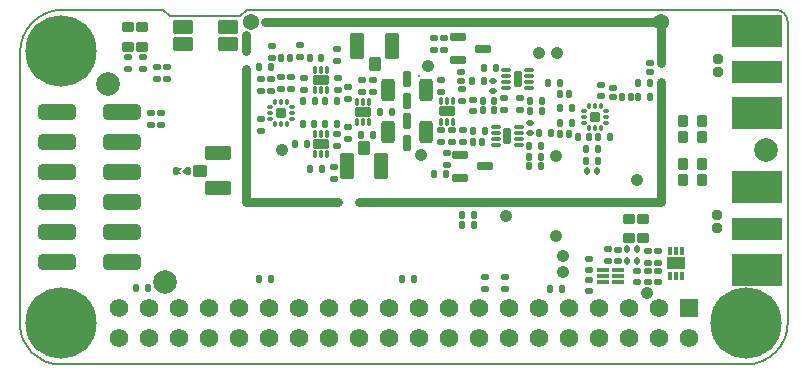
<source format=gts>
G04*
G04 #@! TF.GenerationSoftware,Altium Limited,CircuitStudio,1.5.2 (30)*
G04*
G04 Layer_Color=20142*
%FSLAX25Y25*%
%MOIN*%
G70*
G01*
G75*
%ADD52C,0.00500*%
%ADD109C,0.03000*%
G04:AMPARAMS|DCode=110|XSize=26.38mil|YSize=22.44mil|CornerRadius=6.3mil|HoleSize=0mil|Usage=FLASHONLY|Rotation=270.000|XOffset=0mil|YOffset=0mil|HoleType=Round|Shape=RoundedRectangle|*
%AMROUNDEDRECTD110*
21,1,0.02638,0.00984,0,0,270.0*
21,1,0.01378,0.02244,0,0,270.0*
1,1,0.01260,-0.00492,-0.00689*
1,1,0.01260,-0.00492,0.00689*
1,1,0.01260,0.00492,0.00689*
1,1,0.01260,0.00492,-0.00689*
%
%ADD110ROUNDEDRECTD110*%
G04:AMPARAMS|DCode=111|XSize=26.38mil|YSize=22.44mil|CornerRadius=6.3mil|HoleSize=0mil|Usage=FLASHONLY|Rotation=180.000|XOffset=0mil|YOffset=0mil|HoleType=Round|Shape=RoundedRectangle|*
%AMROUNDEDRECTD111*
21,1,0.02638,0.00984,0,0,180.0*
21,1,0.01378,0.02244,0,0,180.0*
1,1,0.01260,-0.00689,0.00492*
1,1,0.01260,0.00689,0.00492*
1,1,0.01260,0.00689,-0.00492*
1,1,0.01260,-0.00689,-0.00492*
%
%ADD111ROUNDEDRECTD111*%
G04:AMPARAMS|DCode=112|XSize=52.02mil|YSize=27.02mil|CornerRadius=5.1mil|HoleSize=0mil|Usage=FLASHONLY|Rotation=90.000|XOffset=0mil|YOffset=0mil|HoleType=Round|Shape=RoundedRectangle|*
%AMROUNDEDRECTD112*
21,1,0.05202,0.01681,0,0,90.0*
21,1,0.04181,0.02702,0,0,90.0*
1,1,0.01021,0.00841,0.02091*
1,1,0.01021,0.00841,-0.02091*
1,1,0.01021,-0.00841,-0.02091*
1,1,0.01021,-0.00841,0.02091*
%
%ADD112ROUNDEDRECTD112*%
G04:AMPARAMS|DCode=113|XSize=73.87mil|YSize=43.95mil|CornerRadius=7.64mil|HoleSize=0mil|Usage=FLASHONLY|Rotation=90.000|XOffset=0mil|YOffset=0mil|HoleType=Round|Shape=RoundedRectangle|*
%AMROUNDEDRECTD113*
21,1,0.07387,0.02866,0,0,90.0*
21,1,0.05858,0.04395,0,0,90.0*
1,1,0.01528,0.01433,0.02929*
1,1,0.01528,0.01433,-0.02929*
1,1,0.01528,-0.01433,-0.02929*
1,1,0.01528,-0.01433,0.02929*
%
%ADD113ROUNDEDRECTD113*%
%ADD114C,0.04137*%
G04:AMPARAMS|DCode=115|XSize=67.96mil|YSize=44.34mil|CornerRadius=5.63mil|HoleSize=0mil|Usage=FLASHONLY|Rotation=180.000|XOffset=0mil|YOffset=0mil|HoleType=Round|Shape=RoundedRectangle|*
%AMROUNDEDRECTD115*
21,1,0.06796,0.03307,0,0,180.0*
21,1,0.05669,0.04434,0,0,180.0*
1,1,0.01127,-0.02835,0.01654*
1,1,0.01127,0.02835,0.01654*
1,1,0.01127,0.02835,-0.01654*
1,1,0.01127,-0.02835,-0.01654*
%
%ADD115ROUNDEDRECTD115*%
G04:AMPARAMS|DCode=116|XSize=34.89mil|YSize=39.61mil|CornerRadius=6.28mil|HoleSize=0mil|Usage=FLASHONLY|Rotation=270.000|XOffset=0mil|YOffset=0mil|HoleType=Round|Shape=RoundedRectangle|*
%AMROUNDEDRECTD116*
21,1,0.03489,0.02705,0,0,270.0*
21,1,0.02232,0.03961,0,0,270.0*
1,1,0.01257,-0.01352,-0.01116*
1,1,0.01257,-0.01352,0.01116*
1,1,0.01257,0.01352,0.01116*
1,1,0.01257,0.01352,-0.01116*
%
%ADD116ROUNDEDRECTD116*%
G04:AMPARAMS|DCode=117|XSize=34.89mil|YSize=39.61mil|CornerRadius=6.28mil|HoleSize=0mil|Usage=FLASHONLY|Rotation=180.000|XOffset=0mil|YOffset=0mil|HoleType=Round|Shape=RoundedRectangle|*
%AMROUNDEDRECTD117*
21,1,0.03489,0.02705,0,0,180.0*
21,1,0.02232,0.03961,0,0,180.0*
1,1,0.01257,-0.01116,0.01352*
1,1,0.01257,0.01116,0.01352*
1,1,0.01257,0.01116,-0.01352*
1,1,0.01257,-0.01116,-0.01352*
%
%ADD117ROUNDEDRECTD117*%
G04:AMPARAMS|DCode=118|XSize=30.56mil|YSize=30.56mil|CornerRadius=4.26mil|HoleSize=0mil|Usage=FLASHONLY|Rotation=270.000|XOffset=0mil|YOffset=0mil|HoleType=Round|Shape=RoundedRectangle|*
%AMROUNDEDRECTD118*
21,1,0.03056,0.02205,0,0,270.0*
21,1,0.02205,0.03056,0,0,270.0*
1,1,0.00851,-0.01102,-0.01102*
1,1,0.00851,-0.01102,0.01102*
1,1,0.00851,0.01102,0.01102*
1,1,0.00851,0.01102,-0.01102*
%
%ADD118ROUNDEDRECTD118*%
G04:AMPARAMS|DCode=119|XSize=16.93mil|YSize=25.76mil|CornerRadius=2.09mil|HoleSize=0mil|Usage=FLASHONLY|Rotation=180.000|XOffset=0mil|YOffset=0mil|HoleType=Round|Shape=RoundedRectangle|*
%AMROUNDEDRECTD119*
21,1,0.01693,0.02158,0,0,180.0*
21,1,0.01276,0.02576,0,0,180.0*
1,1,0.00417,-0.00638,0.01079*
1,1,0.00417,0.00638,0.01079*
1,1,0.00417,0.00638,-0.01079*
1,1,0.00417,-0.00638,-0.01079*
%
%ADD119ROUNDEDRECTD119*%
G04:AMPARAMS|DCode=120|XSize=16.93mil|YSize=25.76mil|CornerRadius=2.09mil|HoleSize=0mil|Usage=FLASHONLY|Rotation=90.000|XOffset=0mil|YOffset=0mil|HoleType=Round|Shape=RoundedRectangle|*
%AMROUNDEDRECTD120*
21,1,0.01693,0.02158,0,0,90.0*
21,1,0.01276,0.02576,0,0,90.0*
1,1,0.00417,0.01079,0.00638*
1,1,0.00417,0.01079,-0.00638*
1,1,0.00417,-0.01079,-0.00638*
1,1,0.00417,-0.01079,0.00638*
%
%ADD120ROUNDEDRECTD120*%
G04:AMPARAMS|DCode=121|XSize=26.38mil|YSize=20.47mil|CornerRadius=5.81mil|HoleSize=0mil|Usage=FLASHONLY|Rotation=90.000|XOffset=0mil|YOffset=0mil|HoleType=Round|Shape=RoundedRectangle|*
%AMROUNDEDRECTD121*
21,1,0.02638,0.00886,0,0,90.0*
21,1,0.01476,0.02047,0,0,90.0*
1,1,0.01161,0.00443,0.00738*
1,1,0.01161,0.00443,-0.00738*
1,1,0.01161,-0.00443,-0.00738*
1,1,0.01161,-0.00443,0.00738*
%
%ADD121ROUNDEDRECTD121*%
G04:AMPARAMS|DCode=122|XSize=26.38mil|YSize=20.47mil|CornerRadius=5.81mil|HoleSize=0mil|Usage=FLASHONLY|Rotation=0.000|XOffset=0mil|YOffset=0mil|HoleType=Round|Shape=RoundedRectangle|*
%AMROUNDEDRECTD122*
21,1,0.02638,0.00886,0,0,0.0*
21,1,0.01476,0.02047,0,0,0.0*
1,1,0.01161,0.00738,-0.00443*
1,1,0.01161,-0.00738,-0.00443*
1,1,0.01161,-0.00738,0.00443*
1,1,0.01161,0.00738,0.00443*
%
%ADD122ROUNDEDRECTD122*%
G04:AMPARAMS|DCode=123|XSize=50.24mil|YSize=26.61mil|CornerRadius=5.04mil|HoleSize=0mil|Usage=FLASHONLY|Rotation=90.000|XOffset=0mil|YOffset=0mil|HoleType=Round|Shape=RoundedRectangle|*
%AMROUNDEDRECTD123*
21,1,0.05024,0.01654,0,0,90.0*
21,1,0.04016,0.02661,0,0,90.0*
1,1,0.01008,0.00827,0.02008*
1,1,0.01008,0.00827,-0.02008*
1,1,0.01008,-0.00827,-0.02008*
1,1,0.01008,-0.00827,0.02008*
%
%ADD123ROUNDEDRECTD123*%
G04:AMPARAMS|DCode=124|XSize=12.84mil|YSize=32.52mil|CornerRadius=2.97mil|HoleSize=0mil|Usage=FLASHONLY|Rotation=90.000|XOffset=0mil|YOffset=0mil|HoleType=Round|Shape=RoundedRectangle|*
%AMROUNDEDRECTD124*
21,1,0.01284,0.02658,0,0,90.0*
21,1,0.00689,0.03252,0,0,90.0*
1,1,0.00595,0.01329,0.00345*
1,1,0.00595,0.01329,-0.00345*
1,1,0.00595,-0.01329,-0.00345*
1,1,0.00595,-0.01329,0.00345*
%
%ADD124ROUNDEDRECTD124*%
%ADD125C,0.07874*%
%ADD126R,0.16796X0.10792*%
%ADD127R,0.16796X0.07308*%
G04:AMPARAMS|DCode=128|XSize=51.43mil|YSize=26.62mil|CornerRadius=4.45mil|HoleSize=0mil|Usage=FLASHONLY|Rotation=0.000|XOffset=0mil|YOffset=0mil|HoleType=Round|Shape=RoundedRectangle|*
%AMROUNDEDRECTD128*
21,1,0.05143,0.01772,0,0,0.0*
21,1,0.04252,0.02662,0,0,0.0*
1,1,0.00891,0.02126,-0.00886*
1,1,0.00891,-0.02126,-0.00886*
1,1,0.00891,-0.02126,0.00886*
1,1,0.00891,0.02126,0.00886*
%
%ADD128ROUNDEDRECTD128*%
G04:AMPARAMS|DCode=129|XSize=24.41mil|YSize=20.47mil|CornerRadius=5.81mil|HoleSize=0mil|Usage=FLASHONLY|Rotation=90.000|XOffset=0mil|YOffset=0mil|HoleType=Round|Shape=RoundedRectangle|*
%AMROUNDEDRECTD129*
21,1,0.02441,0.00886,0,0,90.0*
21,1,0.01280,0.02047,0,0,90.0*
1,1,0.01161,0.00443,0.00640*
1,1,0.01161,0.00443,-0.00640*
1,1,0.01161,-0.00443,-0.00640*
1,1,0.01161,-0.00443,0.00640*
%
%ADD129ROUNDEDRECTD129*%
G04:AMPARAMS|DCode=130|XSize=24.41mil|YSize=20.47mil|CornerRadius=5.81mil|HoleSize=0mil|Usage=FLASHONLY|Rotation=180.000|XOffset=0mil|YOffset=0mil|HoleType=Round|Shape=RoundedRectangle|*
%AMROUNDEDRECTD130*
21,1,0.02441,0.00886,0,0,180.0*
21,1,0.01280,0.02047,0,0,180.0*
1,1,0.01161,-0.00640,0.00443*
1,1,0.01161,0.00640,0.00443*
1,1,0.01161,0.00640,-0.00443*
1,1,0.01161,-0.00640,-0.00443*
%
%ADD130ROUNDEDRECTD130*%
G04:AMPARAMS|DCode=131|XSize=127.2mil|YSize=52mil|CornerRadius=13.5mil|HoleSize=0mil|Usage=FLASHONLY|Rotation=180.000|XOffset=0mil|YOffset=0mil|HoleType=Round|Shape=RoundedRectangle|*
%AMROUNDEDRECTD131*
21,1,0.12720,0.02500,0,0,180.0*
21,1,0.10020,0.05200,0,0,180.0*
1,1,0.02700,-0.05010,0.01250*
1,1,0.02700,0.05010,0.01250*
1,1,0.02700,0.05010,-0.01250*
1,1,0.02700,-0.05010,-0.01250*
%
%ADD131ROUNDEDRECTD131*%
G04:AMPARAMS|DCode=132|XSize=24.65mil|YSize=12.84mil|CornerRadius=2.97mil|HoleSize=0mil|Usage=FLASHONLY|Rotation=90.000|XOffset=0mil|YOffset=0mil|HoleType=Round|Shape=RoundedRectangle|*
%AMROUNDEDRECTD132*
21,1,0.02465,0.00689,0,0,90.0*
21,1,0.01870,0.01284,0,0,90.0*
1,1,0.00595,0.00345,0.00935*
1,1,0.00595,0.00345,-0.00935*
1,1,0.00595,-0.00345,-0.00935*
1,1,0.00595,-0.00345,0.00935*
%
%ADD132ROUNDEDRECTD132*%
G04:AMPARAMS|DCode=133|XSize=54.17mil|YSize=34.49mil|CornerRadius=6.22mil|HoleSize=0mil|Usage=FLASHONLY|Rotation=180.000|XOffset=0mil|YOffset=0mil|HoleType=Round|Shape=RoundedRectangle|*
%AMROUNDEDRECTD133*
21,1,0.05417,0.02205,0,0,180.0*
21,1,0.04173,0.03449,0,0,180.0*
1,1,0.01244,-0.02087,0.01102*
1,1,0.01244,0.02087,0.01102*
1,1,0.01244,0.02087,-0.01102*
1,1,0.01244,-0.02087,-0.01102*
%
%ADD133ROUNDEDRECTD133*%
G04:AMPARAMS|DCode=134|XSize=42.37mil|YSize=44.34mil|CornerRadius=5.44mil|HoleSize=0mil|Usage=FLASHONLY|Rotation=270.000|XOffset=0mil|YOffset=0mil|HoleType=Round|Shape=RoundedRectangle|*
%AMROUNDEDRECTD134*
21,1,0.04237,0.03347,0,0,270.0*
21,1,0.03150,0.04434,0,0,270.0*
1,1,0.01087,-0.01673,-0.01575*
1,1,0.01087,-0.01673,0.01575*
1,1,0.01087,0.01673,0.01575*
1,1,0.01087,0.01673,-0.01575*
%
%ADD134ROUNDEDRECTD134*%
G04:AMPARAMS|DCode=135|XSize=44.34mil|YSize=89.61mil|CornerRadius=5.63mil|HoleSize=0mil|Usage=FLASHONLY|Rotation=270.000|XOffset=0mil|YOffset=0mil|HoleType=Round|Shape=RoundedRectangle|*
%AMROUNDEDRECTD135*
21,1,0.04434,0.07835,0,0,270.0*
21,1,0.03307,0.08961,0,0,270.0*
1,1,0.01127,-0.03917,-0.01654*
1,1,0.01127,-0.03917,0.01654*
1,1,0.01127,0.03917,0.01654*
1,1,0.01127,0.03917,-0.01654*
%
%ADD135ROUNDEDRECTD135*%
G04:AMPARAMS|DCode=136|XSize=42.37mil|YSize=44.34mil|CornerRadius=5.44mil|HoleSize=0mil|Usage=FLASHONLY|Rotation=180.000|XOffset=0mil|YOffset=0mil|HoleType=Round|Shape=RoundedRectangle|*
%AMROUNDEDRECTD136*
21,1,0.04237,0.03347,0,0,180.0*
21,1,0.03150,0.04434,0,0,180.0*
1,1,0.01087,-0.01575,0.01673*
1,1,0.01087,0.01575,0.01673*
1,1,0.01087,0.01575,-0.01673*
1,1,0.01087,-0.01575,-0.01673*
%
%ADD136ROUNDEDRECTD136*%
G04:AMPARAMS|DCode=137|XSize=44.34mil|YSize=89.61mil|CornerRadius=5.63mil|HoleSize=0mil|Usage=FLASHONLY|Rotation=180.000|XOffset=0mil|YOffset=0mil|HoleType=Round|Shape=RoundedRectangle|*
%AMROUNDEDRECTD137*
21,1,0.04434,0.07835,0,0,180.0*
21,1,0.03307,0.08961,0,0,180.0*
1,1,0.01127,-0.01654,0.03917*
1,1,0.01127,0.01654,0.03917*
1,1,0.01127,0.01654,-0.03917*
1,1,0.01127,-0.01654,-0.03917*
%
%ADD137ROUNDEDRECTD137*%
G04:AMPARAMS|DCode=138|XSize=20.87mil|YSize=10.63mil|CornerRadius=4.53mil|HoleSize=0mil|Usage=FLASHONLY|Rotation=180.000|XOffset=0mil|YOffset=0mil|HoleType=Round|Shape=RoundedRectangle|*
%AMROUNDEDRECTD138*
21,1,0.02087,0.00158,0,0,180.0*
21,1,0.01181,0.01063,0,0,180.0*
1,1,0.00906,-0.00591,0.00079*
1,1,0.00906,0.00591,0.00079*
1,1,0.00906,0.00591,-0.00079*
1,1,0.00906,-0.00591,-0.00079*
%
%ADD138ROUNDEDRECTD138*%
G04:AMPARAMS|DCode=139|XSize=20.87mil|YSize=10.63mil|CornerRadius=4.53mil|HoleSize=0mil|Usage=FLASHONLY|Rotation=270.000|XOffset=0mil|YOffset=0mil|HoleType=Round|Shape=RoundedRectangle|*
%AMROUNDEDRECTD139*
21,1,0.02087,0.00158,0,0,270.0*
21,1,0.01181,0.01063,0,0,270.0*
1,1,0.00906,-0.00079,-0.00591*
1,1,0.00906,-0.00079,0.00591*
1,1,0.00906,0.00079,0.00591*
1,1,0.00906,0.00079,-0.00591*
%
%ADD139ROUNDEDRECTD139*%
G04:AMPARAMS|DCode=140|XSize=34.25mil|YSize=34.25mil|CornerRadius=4.53mil|HoleSize=0mil|Usage=FLASHONLY|Rotation=270.000|XOffset=0mil|YOffset=0mil|HoleType=Round|Shape=RoundedRectangle|*
%AMROUNDEDRECTD140*
21,1,0.03425,0.02520,0,0,270.0*
21,1,0.02520,0.03425,0,0,270.0*
1,1,0.00906,-0.01260,-0.01260*
1,1,0.00906,-0.01260,0.01260*
1,1,0.00906,0.01260,0.01260*
1,1,0.00906,0.01260,-0.01260*
%
%ADD140ROUNDEDRECTD140*%
G04:AMPARAMS|DCode=141|XSize=27.59mil|YSize=13.81mil|CornerRadius=3.95mil|HoleSize=0mil|Usage=FLASHONLY|Rotation=270.000|XOffset=0mil|YOffset=0mil|HoleType=Round|Shape=RoundedRectangle|*
%AMROUNDEDRECTD141*
21,1,0.02759,0.00591,0,0,270.0*
21,1,0.01969,0.01381,0,0,270.0*
1,1,0.00791,-0.00295,-0.00984*
1,1,0.00791,-0.00295,0.00984*
1,1,0.00791,0.00295,0.00984*
1,1,0.00791,0.00295,-0.00984*
%
%ADD141ROUNDEDRECTD141*%
G04:AMPARAMS|DCode=142|XSize=63.02mil|YSize=42.16mil|CornerRadius=5.02mil|HoleSize=0mil|Usage=FLASHONLY|Rotation=0.000|XOffset=0mil|YOffset=0mil|HoleType=Round|Shape=RoundedRectangle|*
%AMROUNDEDRECTD142*
21,1,0.06302,0.03213,0,0,0.0*
21,1,0.05299,0.04216,0,0,0.0*
1,1,0.01003,0.02649,-0.01606*
1,1,0.01003,-0.02649,-0.01606*
1,1,0.01003,-0.02649,0.01606*
1,1,0.01003,0.02649,0.01606*
%
%ADD142ROUNDEDRECTD142*%
G04:AMPARAMS|DCode=143|XSize=40.01mil|YSize=13.63mil|CornerRadius=2.83mil|HoleSize=0mil|Usage=FLASHONLY|Rotation=180.000|XOffset=0mil|YOffset=0mil|HoleType=Round|Shape=RoundedRectangle|*
%AMROUNDEDRECTD143*
21,1,0.04001,0.00797,0,0,180.0*
21,1,0.03435,0.01363,0,0,180.0*
1,1,0.00566,-0.01718,0.00399*
1,1,0.00566,0.01718,0.00399*
1,1,0.00566,0.01718,-0.00399*
1,1,0.00566,-0.01718,-0.00399*
%
%ADD143ROUNDEDRECTD143*%
%ADD144C,0.23748*%
%ADD145R,0.06206X0.06206*%
%ADD146C,0.06206*%
%ADD147C,0.02662*%
%ADD148C,0.05418*%
%ADD149C,0.01300*%
G36*
X1088476Y764981D02*
X1087576Y764081D01*
Y763781D01*
X1088476Y762881D01*
Y762781D01*
X1086776D01*
Y765081D01*
X1088476D01*
Y764981D01*
D02*
G37*
G36*
X1090376Y762781D02*
X1089576D01*
X1088576Y763781D01*
Y764081D01*
X1089576Y765081D01*
X1090376D01*
Y762781D01*
D02*
G37*
D52*
X1290528Y813564D02*
G03*
X1286362Y817730I-4166J0D01*
G01*
X1048995D02*
G03*
X1034623Y803358I0J-14372D01*
G01*
X1034623Y712769D02*
G03*
X1047891Y699502I13268J0D01*
G01*
X1276749Y699502D02*
G03*
X1290528Y713281I0J13780D01*
G01*
X1107961Y815466D02*
X1110224Y817730D01*
X1048995D02*
X1082327D01*
X1084591Y815466D01*
X1290528Y767631D02*
Y813564D01*
X1110224Y817730D02*
X1286362D01*
X1290528Y713281D02*
Y718006D01*
X1034623Y796470D02*
Y803358D01*
X1084591Y815466D02*
X1107961D01*
X1290528Y718006D02*
Y767631D01*
X1034623Y712769D02*
X1034623Y796470D01*
X1047891Y699502D02*
X1276749Y699502D01*
D109*
X1109876Y803981D02*
Y809131D01*
Y753681D02*
Y797931D01*
X1248276Y799931D02*
Y813561D01*
Y753681D02*
Y793731D01*
X1147476Y753681D02*
X1248276D01*
X1109876D02*
X1140776D01*
X1116356Y813561D02*
X1248276D01*
D110*
X1185944Y745931D02*
D03*
X1182007D02*
D03*
Y749331D02*
D03*
X1185944D02*
D03*
X1152244Y775781D02*
D03*
X1148307D02*
D03*
X1135292Y764580D02*
D03*
X1131355D02*
D03*
X1118154Y798691D02*
D03*
X1114217D02*
D03*
X1135079Y801721D02*
D03*
X1131142D02*
D03*
X1188807Y784181D02*
D03*
X1192744D02*
D03*
X1189229Y798439D02*
D03*
X1193166D02*
D03*
X1240707Y793181D02*
D03*
X1244644D02*
D03*
X1218644Y784981D02*
D03*
X1214707D02*
D03*
X1214508Y793354D02*
D03*
X1210571D02*
D03*
X1214707Y780031D02*
D03*
X1218644D02*
D03*
X1204583Y783872D02*
D03*
X1208521D02*
D03*
X1189544Y777181D02*
D03*
X1185607D02*
D03*
X1208344Y772181D02*
D03*
X1204407D02*
D03*
X1185307Y793781D02*
D03*
X1189244D02*
D03*
X1208544Y787181D02*
D03*
X1204607D02*
D03*
X1188807Y787381D02*
D03*
X1192744D02*
D03*
X1207717Y776524D02*
D03*
X1211654D02*
D03*
X1128907Y787281D02*
D03*
X1132844D02*
D03*
X1126237Y772848D02*
D03*
X1130174D02*
D03*
X1223207Y767281D02*
D03*
X1227144D02*
D03*
X1224444Y775181D02*
D03*
X1220507D02*
D03*
X1227205D02*
D03*
X1231142D02*
D03*
X1240707Y788681D02*
D03*
X1244644D02*
D03*
X1140144Y779681D02*
D03*
X1136207D02*
D03*
X1140244Y787281D02*
D03*
X1136307D02*
D03*
X1128807Y779681D02*
D03*
X1132744D02*
D03*
X1165844Y727781D02*
D03*
X1161907D02*
D03*
X1223207Y771281D02*
D03*
X1227144D02*
D03*
X1158644Y783581D02*
D03*
X1154707D02*
D03*
D111*
X1178576Y773513D02*
D03*
Y777450D02*
D03*
X1148576Y794150D02*
D03*
Y790213D02*
D03*
X1185576Y783813D02*
D03*
Y787750D02*
D03*
X1118606Y805650D02*
D03*
Y801713D02*
D03*
X1127856Y805830D02*
D03*
Y801893D02*
D03*
X1140566Y790923D02*
D03*
Y794860D02*
D03*
X1195922Y788202D02*
D03*
Y784265D02*
D03*
X1201172Y788271D02*
D03*
Y784334D02*
D03*
X1228176Y792750D02*
D03*
Y788813D02*
D03*
X1182376Y773513D02*
D03*
Y777450D02*
D03*
X1182076Y787213D02*
D03*
Y791150D02*
D03*
X1143876Y788013D02*
D03*
Y791950D02*
D03*
Y778650D02*
D03*
Y774713D02*
D03*
X1139296Y761343D02*
D03*
Y765280D02*
D03*
X1129376Y791113D02*
D03*
Y795050D02*
D03*
X1140276Y804650D02*
D03*
Y800713D02*
D03*
X1083476Y794613D02*
D03*
Y798550D02*
D03*
X1224276Y723813D02*
D03*
Y727750D02*
D03*
X1233876Y737750D02*
D03*
Y733813D02*
D03*
X1240401Y730724D02*
D03*
Y726787D02*
D03*
X1224276Y734750D02*
D03*
Y730813D02*
D03*
X1140376Y776150D02*
D03*
Y772213D02*
D03*
X1114976Y794550D02*
D03*
Y790613D02*
D03*
X1124876Y791413D02*
D03*
Y795350D02*
D03*
X1121676Y791413D02*
D03*
Y795350D02*
D03*
X1115000Y781248D02*
D03*
Y777311D02*
D03*
X1078176Y783250D02*
D03*
Y779313D02*
D03*
X1247201Y726787D02*
D03*
Y730724D02*
D03*
X1243801Y733387D02*
D03*
Y737324D02*
D03*
Y726787D02*
D03*
Y730724D02*
D03*
X1247201Y737324D02*
D03*
Y733387D02*
D03*
X1118376Y794550D02*
D03*
Y790613D02*
D03*
X1081576Y783250D02*
D03*
Y779313D02*
D03*
X1174876Y773513D02*
D03*
Y777450D02*
D03*
Y794150D02*
D03*
Y790213D02*
D03*
X1152176Y794150D02*
D03*
Y790213D02*
D03*
D112*
X1163576Y787329D02*
D03*
Y794633D02*
D03*
Y773329D02*
D03*
Y780633D02*
D03*
D113*
X1169973Y790981D02*
D03*
X1157178D02*
D03*
X1169973Y776981D02*
D03*
X1157178D02*
D03*
D114*
X1215676Y730181D02*
D03*
X1170476Y798881D02*
D03*
X1213676Y803381D02*
D03*
X1207676D02*
D03*
X1168176Y769281D02*
D03*
X1121976Y770781D02*
D03*
X1213376Y769081D02*
D03*
X1240276Y761081D02*
D03*
X1196476Y748781D02*
D03*
X1215676Y735581D02*
D03*
X1243776Y723181D02*
D03*
X1213377Y742264D02*
D03*
D115*
X1103954Y806327D02*
D03*
Y812035D02*
D03*
X1088797Y806327D02*
D03*
Y812035D02*
D03*
D116*
X1242376Y748070D02*
D03*
Y741692D02*
D03*
X1237476Y748070D02*
D03*
Y741692D02*
D03*
X1070636Y811800D02*
D03*
Y805422D02*
D03*
X1075456Y811820D02*
D03*
Y805442D02*
D03*
D117*
X1262065Y766181D02*
D03*
X1255687D02*
D03*
X1262065Y760781D02*
D03*
X1255687D02*
D03*
X1262065Y775181D02*
D03*
X1255687D02*
D03*
X1262065Y780481D02*
D03*
X1255687D02*
D03*
D118*
X1266887Y749127D02*
D03*
Y744797D02*
D03*
X1267433Y801128D02*
D03*
Y796797D02*
D03*
D119*
X1121716Y801681D02*
D03*
X1124716D02*
D03*
X1217583Y789713D02*
D03*
X1214583D02*
D03*
X1188776Y773581D02*
D03*
X1185776D02*
D03*
X1217576Y776181D02*
D03*
X1214576D02*
D03*
X1235276Y788681D02*
D03*
X1238276D02*
D03*
D120*
X1232276Y791681D02*
D03*
Y788681D02*
D03*
X1244576Y799781D02*
D03*
Y796781D02*
D03*
X1181776D02*
D03*
Y793781D02*
D03*
D121*
X1176676Y762981D02*
D03*
X1172676D02*
D03*
X1215276Y724481D02*
D03*
X1211276D02*
D03*
X1208276Y765581D02*
D03*
X1204276D02*
D03*
X1204366Y768759D02*
D03*
X1208366D02*
D03*
X1086476Y763931D02*
D03*
X1090476D02*
D03*
X1073176Y724881D02*
D03*
X1077176D02*
D03*
X1114176Y727781D02*
D03*
X1118176D02*
D03*
D122*
X1175976Y804381D02*
D03*
Y808381D02*
D03*
X1176826Y765781D02*
D03*
Y769781D02*
D03*
X1070676Y802081D02*
D03*
Y798081D02*
D03*
X1075476Y802081D02*
D03*
Y798081D02*
D03*
X1080176Y798681D02*
D03*
Y794681D02*
D03*
X1172776Y804381D02*
D03*
Y808381D02*
D03*
X1196376Y728481D02*
D03*
Y724481D02*
D03*
X1189776Y728481D02*
D03*
Y724481D02*
D03*
X1230676Y737781D02*
D03*
Y733781D02*
D03*
D123*
X1197028Y775638D02*
D03*
X1200532Y794535D02*
D03*
D124*
X1200906Y772685D02*
D03*
Y774654D02*
D03*
Y776622D02*
D03*
Y778591D02*
D03*
X1193150Y772685D02*
D03*
Y774654D02*
D03*
Y776622D02*
D03*
Y778591D02*
D03*
X1196654Y797488D02*
D03*
Y795520D02*
D03*
Y793551D02*
D03*
Y791583D02*
D03*
X1204410Y797488D02*
D03*
Y795520D02*
D03*
Y793551D02*
D03*
Y791583D02*
D03*
D125*
X1063876Y793081D02*
D03*
X1082976Y726781D02*
D03*
X1283127Y770886D02*
D03*
D126*
X1280174Y783114D02*
D03*
Y810614D02*
D03*
Y730948D02*
D03*
Y758448D02*
D03*
D127*
Y796864D02*
D03*
Y744698D02*
D03*
D128*
X1180725Y808478D02*
D03*
X1189072Y804738D02*
D03*
X1180725Y800998D02*
D03*
X1181402Y769221D02*
D03*
X1189749Y765481D02*
D03*
X1181402Y761741D02*
D03*
D129*
X1226849Y763781D02*
D03*
X1223503D02*
D03*
X1237102Y737781D02*
D03*
X1240448D02*
D03*
X1237102Y733781D02*
D03*
X1240448D02*
D03*
D130*
X1192375Y793855D02*
D03*
Y790508D02*
D03*
X1204567Y776622D02*
D03*
Y779968D02*
D03*
D131*
X1046985Y783478D02*
D03*
Y773478D02*
D03*
Y763478D02*
D03*
Y753478D02*
D03*
Y743478D02*
D03*
Y733478D02*
D03*
X1068481Y783478D02*
D03*
Y773478D02*
D03*
Y763478D02*
D03*
Y753478D02*
D03*
Y743478D02*
D03*
Y733478D02*
D03*
D132*
X1174907Y780435D02*
D03*
X1176876D02*
D03*
X1178844D02*
D03*
Y787127D02*
D03*
X1176876D02*
D03*
X1174907D02*
D03*
X1147027Y780325D02*
D03*
X1148996D02*
D03*
X1150964D02*
D03*
Y787018D02*
D03*
X1148996D02*
D03*
X1147027D02*
D03*
X1137047Y776327D02*
D03*
X1135079D02*
D03*
X1133110D02*
D03*
Y769634D02*
D03*
X1135079D02*
D03*
X1137047D02*
D03*
X1133110Y790894D02*
D03*
X1135079D02*
D03*
X1137047D02*
D03*
Y797587D02*
D03*
X1135079D02*
D03*
X1133110D02*
D03*
D133*
X1176876Y783781D02*
D03*
X1148996Y783671D02*
D03*
X1135079Y772980D02*
D03*
Y794240D02*
D03*
D134*
X1094472Y763981D02*
D03*
D135*
X1100476Y769788D02*
D03*
Y758174D02*
D03*
D136*
X1149276Y771585D02*
D03*
X1152846Y799577D02*
D03*
D137*
X1155083Y765581D02*
D03*
X1143468D02*
D03*
X1147038Y805581D02*
D03*
X1158653D02*
D03*
D138*
X1125354Y781248D02*
D03*
Y783217D02*
D03*
Y785185D02*
D03*
X1118032D02*
D03*
Y783217D02*
D03*
Y781248D02*
D03*
X1222756Y784004D02*
D03*
Y782035D02*
D03*
Y780067D02*
D03*
X1230079D02*
D03*
Y782035D02*
D03*
Y784004D02*
D03*
D139*
X1123662Y786878D02*
D03*
X1121693D02*
D03*
X1119724D02*
D03*
Y779555D02*
D03*
X1121693D02*
D03*
X1123662D02*
D03*
X1224449Y778374D02*
D03*
X1226417D02*
D03*
X1228386D02*
D03*
Y785697D02*
D03*
X1226417D02*
D03*
X1224449D02*
D03*
D140*
X1121693Y783217D02*
D03*
X1226417Y782035D02*
D03*
D141*
X1255270Y737290D02*
D03*
X1253301D02*
D03*
X1251332D02*
D03*
Y729022D02*
D03*
X1253301D02*
D03*
X1255270D02*
D03*
D142*
X1253301Y733156D02*
D03*
D143*
X1233856Y726913D02*
D03*
Y728881D02*
D03*
Y730850D02*
D03*
X1228895D02*
D03*
Y728881D02*
D03*
Y726913D02*
D03*
D144*
X1276749Y713281D02*
D03*
X1048402Y803832D02*
D03*
Y713281D02*
D03*
D145*
X1257576Y718281D02*
D03*
D146*
Y708281D02*
D03*
X1247576Y718281D02*
D03*
Y708281D02*
D03*
X1237576Y718281D02*
D03*
Y708281D02*
D03*
X1227576Y718281D02*
D03*
Y708281D02*
D03*
X1217576Y718281D02*
D03*
Y708281D02*
D03*
X1207576Y718281D02*
D03*
Y708281D02*
D03*
X1197576Y718281D02*
D03*
Y708281D02*
D03*
X1187576Y718281D02*
D03*
Y708281D02*
D03*
X1177576Y718281D02*
D03*
Y708281D02*
D03*
X1167576Y718281D02*
D03*
Y708281D02*
D03*
X1157576Y718281D02*
D03*
Y708281D02*
D03*
X1147576Y718281D02*
D03*
Y708281D02*
D03*
X1137576Y718281D02*
D03*
Y708281D02*
D03*
X1127576Y718281D02*
D03*
Y708281D02*
D03*
X1117576Y718281D02*
D03*
Y708281D02*
D03*
X1107576Y718281D02*
D03*
Y708281D02*
D03*
X1067576D02*
D03*
Y718281D02*
D03*
X1077576Y708281D02*
D03*
Y718281D02*
D03*
X1087576Y708281D02*
D03*
Y718281D02*
D03*
X1097576Y708281D02*
D03*
Y718281D02*
D03*
D147*
X1088403Y812331D02*
D03*
X1104348D02*
D03*
D148*
X1111576Y813563D02*
D03*
X1248276Y813561D02*
D03*
D149*
X1167576Y795681D02*
D03*
M02*

</source>
